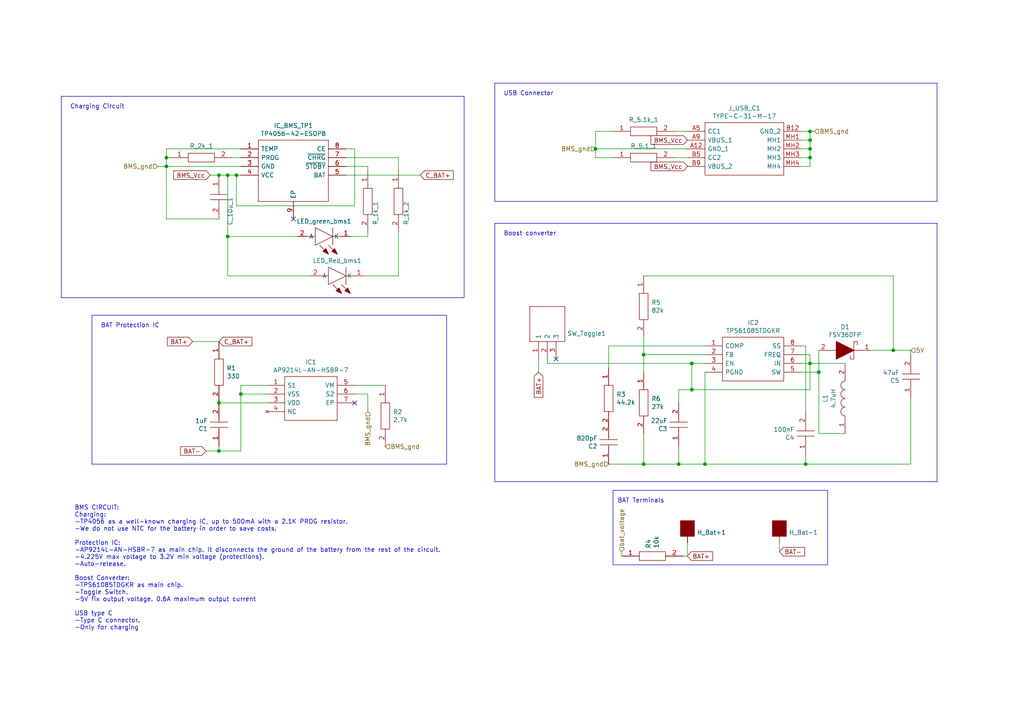
<source format=kicad_sch>
(kicad_sch (version 20230121) (generator eeschema)
  (paper "A4")
  (title_block (title "BMS") (date "2024-01-03") (rev "V1.2") (company "Making Devices") (comment 1 "Rubén G.S."))
  (lib_symbols
    (symbol "Library_Loader:AP9214L-AN-HSBR-7" (pin_names (offset 0.762))
      (property "Reference" "IC" (at 21.59 7.62 0))
      (property "Value" "AP9214L-AN-HSBR-7" (at 21.59 5.08 0))
      (symbol "AP9214L-AN-HSBR-7_0_0"
        (pin passive line (at 0 0 0) (length 5.08) (name "S1") (number "1"))
        (pin passive line (at 0 -2.54 0) (length 5.08) (name "VSS") (number "2"))
        (pin passive line (at 0 -5.08 0) (length 5.08) (name "VDD") (number "3"))
        (pin no_connect line (at 0 -7.62 0) (length 5.08) (name "NC") (number "4"))
        (pin passive line (at 25.4 0 180) (length 5.08) (name "VM") (number "5"))
        (pin passive line (at 25.4 -2.54 180) (length 5.08) (name "S2") (number "6"))
        (pin passive line (at 25.4 -5.08 180) (length 5.08) (name "EP") (number "7"))
      )
      (symbol "AP9214L-AN-HSBR-7_0_1"
        (polyline (pts (xy 5.08 2.54) (xy 20.32 2.54) (xy 20.32 -10.16) (xy 5.08 -10.16) (xy 5.08 2.54)) (stroke (width 0.1524)))
      )
    )
    (symbol "Library_Loader:C0805C475M8RACTU" (pin_names (offset 0.762))
      (property "Reference" "C" (at 8.89 6.35 0))
      (property "Value" "C0805C475M8RACTU" (at 8.89 3.81 0))
      (symbol "C0805C475M8RACTU_0_0"
        (pin passive line (at 0 0 0) (length 5.08) (name "~") (number "1"))
        (pin passive line (at 12.7 0 180) (length 5.08) (name "~") (number "2"))
      )
      (symbol "C0805C475M8RACTU_0_1"
        (polyline (pts (xy 5.08 0) (xy 5.588 0)) (stroke (width 0.1524)))
        (polyline (pts (xy 5.588 2.54) (xy 5.588 -2.54)) (stroke (width 0.1524)))
        (polyline (pts (xy 7.112 0) (xy 7.62 0)) (stroke (width 0.1524)))
        (polyline (pts (xy 7.112 2.54) (xy 7.112 -2.54)) (stroke (width 0.1524)))
      )
    )
    (symbol "Library_Loader:ERJP6WF1303V" (pin_names (offset 0.762))
      (property "Reference" "R" (at 13.97 6.35 0))
      (property "Value" "ERJP6WF1303V" (at 13.97 3.81 0))
      (symbol "ERJP6WF1303V_0_0"
        (pin passive line (at 0 0 0) (length 5.08) (name "~") (number "1"))
        (pin passive line (at 17.78 0 180) (length 5.08) (name "~") (number "2"))
      )
      (symbol "ERJP6WF1303V_0_1"
        (polyline (pts (xy 5.08 1.27) (xy 12.7 1.27) (xy 12.7 -1.27) (xy 5.08 -1.27) (xy 5.08 1.27)) (stroke (width 0.1524)))
      )
    )
    (symbol "Library_Loader:FSV360FP" (pin_names (offset 0.762))
      (property "Reference" "D" (at 12.7 8.89 0))
      (property "Value" "FSV360FP" (at 12.7 6.35 0))
      (symbol "FSV360FP_0_0"
        (pin passive line (at 2.54 0 0) (length 2.54) (name "~") (number "1"))
        (pin passive line (at 17.78 0 180) (length 2.54) (name "~") (number "2"))
      )
      (symbol "FSV360FP_0_1"
        (polyline (pts (xy 5.08 0) (xy 7.62 0)) (stroke (width 0.1524)))
        (polyline (pts (xy 7.62 2.54) (xy 7.62 -2.54)) (stroke (width 0.1524)))
        (polyline (pts (xy 12.7 0) (xy 15.24 0)) (stroke (width 0.1524)))
        (polyline (pts (xy 7.62 -2.54) (xy 6.604 -2.54) (xy 6.604 -1.524)) (stroke (width 0.1524)))
        (polyline (pts (xy 7.62 2.54) (xy 8.636 2.54) (xy 8.636 1.524)) (stroke (width 0.1524)))
        (polyline (pts (xy 7.62 0) (xy 12.7 2.54) (xy 12.7 -2.54) (xy 7.62 0)) (stroke (width 0.254)) (fill (type outline)))
      )
    )
    (symbol "Library_Loader:SRN6045-4R7Y" (pin_names (offset 0.762))
      (property "Reference" "L" (at 16.51 6.35 0))
      (property "Value" "SRN6045-4R7Y" (at 16.51 3.81 0))
      (symbol "SRN6045-4R7Y_0_0"
        (pin passive line (at 0 0 0) (length 5.08) (name "~") (number "1"))
        (pin passive line (at 20.32 0 180) (length 5.08) (name "~") (number "2"))
      )
      (symbol "SRN6045-4R7Y_0_1"
        (arc (start 7.62 0) (mid 6.35 1.2202) (end 5.08 0) (stroke (width 0.1524)))
        (arc (start 10.16 0) (mid 8.89 1.2202) (end 7.62 0) (stroke (width 0.1524)))
        (arc (start 12.7 0) (mid 11.43 1.2202) (end 10.16 0) (stroke (width 0.1524)))
        (arc (start 15.24 0) (mid 13.97 1.2202) (end 12.7 0) (stroke (width 0.1524)))
      )
    )
    (symbol "Library_Loader:TPS61085TDGKR" (pin_names (offset 0.762))
      (property "Reference" "IC" (at 24.13 7.62 0))
      (property "Value" "TPS61085TDGKR" (at 24.13 5.08 0))
      (symbol "TPS61085TDGKR_0_0"
        (pin passive line (at 0 0 0) (length 5.08) (name "COMP") (number "1"))
        (pin passive line (at 0 -2.54 0) (length 5.08) (name "FB") (number "2"))
        (pin passive line (at 0 -5.08 0) (length 5.08) (name "EN") (number "3"))
        (pin passive line (at 0 -7.62 0) (length 5.08) (name "PGND") (number "4"))
        (pin passive line (at 27.94 -7.62 180) (length 5.08) (name "SW") (number "5"))
        (pin passive line (at 27.94 -5.08 180) (length 5.08) (name "IN") (number "6"))
        (pin passive line (at 27.94 -2.54 180) (length 5.08) (name "FREQ") (number "7"))
        (pin passive line (at 27.94 0 180) (length 5.08) (name "SS") (number "8"))
      )
      (symbol "TPS61085TDGKR_0_1"
        (polyline (pts (xy 5.08 2.54) (xy 22.86 2.54) (xy 22.86 -10.16) (xy 5.08 -10.16) (xy 5.08 2.54)) (stroke (width 0.1524)))
      )
    )
    (symbol "PicBytesMicro-rescue:GCG21BR71H154KA01K-SamacSys_Parts" (pin_names (offset 0.762))
      (property "Reference" "C" (at 8.89 6.35 0))
      (property "Value" "GCG21BR71H154KA01K-SamacSys_Parts" (at 8.89 3.81 0))
      (symbol "GCG21BR71H154KA01K-SamacSys_Parts_0_0"
        (pin passive line (at 0 0 0) (length 5.08) (name "~") (number "1"))
        (pin passive line (at 12.7 0 180) (length 5.08) (name "~") (number "2"))
      )
      (symbol "GCG21BR71H154KA01K-SamacSys_Parts_0_1"
        (polyline (pts (xy 5.08 0) (xy 5.588 0)) (stroke (width 0.1524)))
        (polyline (pts (xy 5.588 2.54) (xy 5.588 -2.54)) (stroke (width 0.1524)))
        (polyline (pts (xy 7.112 0) (xy 7.62 0)) (stroke (width 0.1524)))
        (polyline (pts (xy 7.112 2.54) (xy 7.112 -2.54)) (stroke (width 0.1524)))
      )
    )
    (symbol "PicBytesMicro-rescue:K3-1260D-L1-SamacSys_Parts" (pin_names (offset 0.762))
      (property "Reference" "S" (at 16.51 7.62 0))
      (property "Value" "K3-1260D-L1-SamacSys_Parts" (at 16.51 5.08 0))
      (symbol "K3-1260D-L1-SamacSys_Parts_0_0"
        (pin passive line (at 0 0 0) (length 5.08) (name "1") (number "1"))
        (pin passive line (at 0 -2.54 0) (length 5.08) (name "2") (number "2"))
        (pin passive line (at 0 -5.08 0) (length 5.08) (name "3") (number "3"))
      )
      (symbol "K3-1260D-L1-SamacSys_Parts_0_1"
        (polyline (pts (xy 5.08 2.54) (xy 15.24 2.54) (xy 15.24 -7.62) (xy 5.08 -7.62) (xy 5.08 2.54)) (stroke (width 0.1524)))
      )
    )
    (symbol "PicBytesMicro-rescue:KTR10EZPF4220-SamacSys_Parts" (pin_names (offset 0.762))
      (property "Reference" "R" (at 13.97 6.35 0))
      (property "Value" "KTR10EZPF4220-SamacSys_Parts" (at 13.97 3.81 0))
      (symbol "KTR10EZPF4220-SamacSys_Parts_0_0"
        (pin passive line (at 0 0 0) (length 5.08) (name "~") (number "1"))
        (pin passive line (at 17.78 0 180) (length 5.08) (name "~") (number "2"))
      )
      (symbol "KTR10EZPF4220-SamacSys_Parts_0_1"
        (polyline (pts (xy 5.08 1.27) (xy 12.7 1.27) (xy 12.7 -1.27) (xy 5.08 -1.27) (xy 5.08 1.27)) (stroke (width 0.1524)))
      )
    )
    (symbol "PicBytesMicro-rescue:LTST-C171GKT-SamacSys_Parts" (pin_names (offset 0.762))
      (property "Reference" "LED" (at 12.7 8.89 0))
      (property "Value" "LTST-C171GKT-SamacSys_Parts" (at 12.7 6.35 0))
      (symbol "LTST-C171GKT-SamacSys_Parts_0_0"
        (pin passive line (at 0 0 0) (length 2.54) (name "K") (number "1"))
        (pin passive line (at 15.24 0 180) (length 2.54) (name "A") (number "2"))
      )
      (symbol "LTST-C171GKT-SamacSys_Parts_0_1"
        (polyline (pts (xy 2.54 0) (xy 5.08 0)) (stroke (width 0.1524)))
        (polyline (pts (xy 5.08 2.54) (xy 5.08 -2.54)) (stroke (width 0.1524)))
        (polyline (pts (xy 6.35 2.54) (xy 3.81 5.08)) (stroke (width 0.1524)))
        (polyline (pts (xy 8.89 2.54) (xy 6.35 5.08)) (stroke (width 0.1524)))
        (polyline (pts (xy 10.16 0) (xy 12.7 0)) (stroke (width 0.1524)))
        (polyline (pts (xy 5.08 0) (xy 10.16 2.54) (xy 10.16 -2.54) (xy 5.08 0)) (stroke (width 0.1524)))
        (polyline (pts (xy 5.334 4.318) (xy 4.572 3.556) (xy 3.81 5.08) (xy 5.334 4.318)) (stroke (width 0.254)) (fill (type outline)))
        (polyline (pts (xy 7.874 4.318) (xy 7.112 3.556) (xy 6.35 5.08) (xy 7.874 4.318)) (stroke (width 0.254)) (fill (type outline)))
      )
    )
    (symbol "PicBytesMicro-rescue:MountingHole_Pad-User_library-SamacSys_Parts-HVolt_sub-system-FIT" (pin_numbers hide) (pin_names (offset 1.016) hide)
      (property "Reference" "H" (at 0 6.35 0))
      (property "Value" "MountingHole_Pad-User_library-SamacSys_Parts-HVolt_sub-system-FIT" (at 0 4.445 0))
      (symbol "MountingHole_Pad-User_library-SamacSys_Parts-HVolt_sub-system-FIT_0_1"
        (circle (center 0 1.27) (radius 1.27) (stroke (width 1.27)))
        (rectangle (start 2.032 -0.635) (end -2.032 3.937) (fill (type outline)))
      )
      (symbol "MountingHole_Pad-User_library-SamacSys_Parts-HVolt_sub-system-FIT_1_1"
        (pin input line (at 0 -2.54 90) (length 2.54) (name "1") (number "1"))
      )
    )
    (symbol "PicBytesMicro-rescue:TP4056-42-ESOP8-SamacSys_Parts" (pin_names (offset 0.762))
      (property "Reference" "IC" (at 26.67 7.62 0))
      (property "Value" "TP4056-42-ESOP8-SamacSys_Parts" (at 26.67 5.08 0))
      (symbol "TP4056-42-ESOP8-SamacSys_Parts_0_0"
        (pin passive line (at 0 0 0) (length 5.08) (name "TEMP") (number "1"))
        (pin passive line (at 0 -2.54 0) (length 5.08) (name "PROG") (number "2"))
        (pin passive line (at 0 -5.08 0) (length 5.08) (name "GND") (number "3"))
        (pin passive line (at 0 -7.62 0) (length 5.08) (name "VCC") (number "4"))
        (pin passive line (at 30.48 -7.62 180) (length 5.08) (name "BAT") (number "5"))
        (pin passive line (at 30.48 -5.08 180) (length 5.08) (name "~{STDBY}") (number "6"))
        (pin passive line (at 30.48 -2.54 180) (length 5.08) (name "~{CHRG}") (number "7"))
        (pin passive line (at 30.48 0 180) (length 5.08) (name "CE") (number "8"))
        (pin passive line (at 15.24 -20.32 90) (length 5.08) (name "EP") (number "9"))
      )
      (symbol "TP4056-42-ESOP8-SamacSys_Parts_0_1"
        (polyline (pts (xy 5.08 2.54) (xy 25.4 2.54) (xy 25.4 -15.24) (xy 5.08 -15.24) (xy 5.08 2.54)) (stroke (width 0.1524)))
      )
    )
    (symbol "PicBytesMicro-rescue:TYPE-C-31-M-17-SamacSys_Parts" (pin_names (offset 0.762))
      (property "Reference" "J" (at 29.21 7.62 0))
      (property "Value" "TYPE-C-31-M-17-SamacSys_Parts" (at 29.21 5.08 0))
      (symbol "TYPE-C-31-M-17-SamacSys_Parts_0_0"
        (pin passive line (at 0 -5.08 0) (length 5.08) (name "GND_1") (number "A12"))
        (pin passive line (at 0 0 0) (length 5.08) (name "CC1") (number "A5"))
        (pin passive line (at 0 -2.54 0) (length 5.08) (name "VBUS_1") (number "A9"))
        (pin passive line (at 33.02 0 180) (length 5.08) (name "GND_2") (number "B12"))
        (pin passive line (at 0 -7.62 0) (length 5.08) (name "CC2") (number "B5"))
        (pin passive line (at 0 -10.16 0) (length 5.08) (name "VBUS_2") (number "B9"))
        (pin passive line (at 33.02 -2.54 180) (length 5.08) (name "MH1") (number "MH1"))
        (pin passive line (at 33.02 -5.08 180) (length 5.08) (name "MH2") (number "MH2"))
        (pin passive line (at 33.02 -7.62 180) (length 5.08) (name "MH3") (number "MH3"))
        (pin passive line (at 33.02 -10.16 180) (length 5.08) (name "MH4") (number "MH4"))
      )
      (symbol "TYPE-C-31-M-17-SamacSys_Parts_0_1"
        (polyline (pts (xy 5.08 2.54) (xy 27.94 2.54) (xy 27.94 -12.7) (xy 5.08 -12.7) (xy 5.08 2.54)) (stroke (width 0.1524)))
      )
    )
  )
  (junction (at 66.04 50.8))
  (junction (at 196.85 134.62))
  (junction (at 233.68 134.62))
  (junction (at 63.5 130.81))
  (junction (at 204.47 134.62))
  (junction (at 186.69 102.87))
  (junction (at 234.95 43.18))
  (junction (at 48.26 45.72))
  (junction (at 172.72 43.18))
  (junction (at 234.95 40.64))
  (junction (at 234.95 105.41))
  (junction (at 63.5 116.84))
  (junction (at 186.69 134.62))
  (junction (at 237.49 107.95))
  (junction (at 69.85 114.3))
  (junction (at 234.95 45.72))
  (junction (at 48.26 48.26))
  (junction (at 63.5 50.8))
  (junction (at 200.66 113.03))
  (junction (at 200.66 105.41))
  (junction (at 234.95 38.1))
  (junction (at 68.58 50.8))
  (junction (at 66.04 68.58))
  (junction (at 259.08 101.6))
  (no_connect (at 161.29 104.14))
  (no_connect (at 102.87 116.84))
  (no_connect (at 85.09 63.5))
  (wire (pts (xy 200.66 113.03) (xy 200.66 105.41)))
  (wire (pts (xy 196.85 116.84) (xy 196.85 113.03)))
  (wire (pts (xy 63.5 99.06) (xy 55.88 99.06)))
  (wire (pts (xy 196.85 129.54) (xy 196.85 134.62)))
  (wire (pts (xy 234.95 45.72) (xy 234.95 48.26)))
  (wire (pts (xy 186.69 80.01) (xy 259.08 80.01)))
  (wire (pts (xy 259.08 101.6) (xy 252.73 101.6)))
  (polyline (pts (xy 143.51 64.77) (xy 143.51 139.7)))
  (wire (pts (xy 86.36 68.58) (xy 66.04 68.58)))
  (wire (pts (xy 48.26 48.26) (xy 45.72 48.26)))
  (wire (pts (xy 186.69 134.62) (xy 196.85 134.62)))
  (wire (pts (xy 196.85 113.03) (xy 200.66 113.03)))
  (wire (pts (xy 199.39 38.1) (xy 195.58 38.1)))
  (wire (pts (xy 233.68 134.62) (xy 264.16 134.62)))
  (wire (pts (xy 198.12 161.29) (xy 199.39 161.29)))
  (wire (pts (xy 236.22 38.1) (xy 234.95 38.1)))
  (wire (pts (xy 158.75 105.41) (xy 200.66 105.41)))
  (wire (pts (xy 234.95 38.1) (xy 232.41 38.1)))
  (wire (pts (xy 176.53 134.62) (xy 186.69 134.62)))
  (polyline (pts (xy 177.8 163.83) (xy 240.03 163.83)))
  (polyline (pts (xy 271.78 139.7) (xy 271.78 64.77)))
  (wire (pts (xy 115.57 80.01) (xy 105.41 80.01)))
  (wire (pts (xy 234.95 105.41) (xy 234.95 113.03)))
  (wire (pts (xy 69.85 43.18) (xy 48.26 43.18)))
  (wire (pts (xy 158.75 105.41) (xy 158.75 104.14)))
  (wire (pts (xy 69.85 130.81) (xy 63.5 130.81)))
  (wire (pts (xy 199.39 45.72) (xy 195.58 45.72)))
  (wire (pts (xy 100.33 45.72) (xy 115.57 45.72)))
  (polyline (pts (xy 17.78 86.36) (xy 134.62 86.36)))
  (wire (pts (xy 69.85 114.3) (xy 77.47 114.3)))
  (polyline (pts (xy 143.51 139.7) (xy 271.78 139.7)))
  (polyline (pts (xy 271.78 24.13) (xy 271.78 58.42)))
  (wire (pts (xy 233.68 100.33) (xy 232.41 100.33)))
  (wire (pts (xy 233.68 119.38) (xy 233.68 100.33)))
  (wire (pts (xy 115.57 45.72) (xy 115.57 49.53)))
  (polyline (pts (xy 129.54 134.62) (xy 26.67 134.62)))
  (wire (pts (xy 200.66 113.03) (xy 234.95 113.03)))
  (wire (pts (xy 186.69 107.95) (xy 186.69 102.87)))
  (wire (pts (xy 69.85 48.26) (xy 48.26 48.26)))
  (wire (pts (xy 196.85 134.62) (xy 204.47 134.62)))
  (polyline (pts (xy 240.03 142.24) (xy 177.8 142.24)))
  (wire (pts (xy 204.47 134.62) (xy 233.68 134.62)))
  (wire (pts (xy 204.47 102.87) (xy 186.69 102.87)))
  (wire (pts (xy 115.57 67.31) (xy 115.57 80.01)))
  (wire (pts (xy 172.72 38.1) (xy 172.72 43.18)))
  (wire (pts (xy 101.6 68.58) (xy 106.68 68.58)))
  (polyline (pts (xy 271.78 58.42) (xy 143.51 58.42)))
  (wire (pts (xy 176.53 100.33) (xy 176.53 106.68)))
  (wire (pts (xy 106.68 114.3) (xy 102.87 114.3)))
  (wire (pts (xy 106.68 49.53) (xy 106.68 48.26)))
  (wire (pts (xy 63.5 50.8) (xy 60.96 50.8)))
  (wire (pts (xy 106.68 48.26) (xy 100.33 48.26)))
  (wire (pts (xy 176.53 121.92) (xy 176.53 124.46)))
  (wire (pts (xy 66.04 68.58) (xy 66.04 80.01)))
  (polyline (pts (xy 17.78 27.94) (xy 17.78 86.36)))
  (wire (pts (xy 180.34 160.02) (xy 180.34 161.29)))
  (wire (pts (xy 204.47 107.95) (xy 204.47 134.62)))
  (wire (pts (xy 63.5 130.81) (xy 63.5 129.54)))
  (wire (pts (xy 234.95 40.64) (xy 234.95 43.18)))
  (wire (pts (xy 204.47 100.33) (xy 176.53 100.33)))
  (wire (pts (xy 259.08 80.01) (xy 259.08 101.6)))
  (wire (pts (xy 69.85 50.8) (xy 68.58 50.8)))
  (wire (pts (xy 172.72 45.72) (xy 172.72 43.18)))
  (wire (pts (xy 69.85 114.3) (xy 69.85 130.81)))
  (wire (pts (xy 232.41 48.26) (xy 234.95 48.26)))
  (wire (pts (xy 69.85 111.76) (xy 69.85 114.3)))
  (wire (pts (xy 49.53 45.72) (xy 48.26 45.72)))
  (wire (pts (xy 68.58 59.69) (xy 68.58 50.8)))
  (polyline (pts (xy 129.54 91.44) (xy 129.54 134.62)))
  (wire (pts (xy 186.69 97.79) (xy 186.69 102.87)))
  (polyline (pts (xy 26.67 91.44) (xy 129.54 91.44)))
  (wire (pts (xy 199.39 43.18) (xy 172.72 43.18)))
  (wire (pts (xy 48.26 63.5) (xy 48.26 48.26)))
  (polyline (pts (xy 134.62 27.94) (xy 134.62 86.36)))
  (wire (pts (xy 264.16 102.87) (xy 264.16 101.6)))
  (wire (pts (xy 234.95 105.41) (xy 232.41 105.41)))
  (wire (pts (xy 63.5 63.5) (xy 48.26 63.5)))
  (polyline (pts (xy 240.03 163.83) (xy 240.03 142.24)))
  (wire (pts (xy 226.06 160.02) (xy 226.06 157.48)))
  (wire (pts (xy 237.49 107.95) (xy 237.49 101.6)))
  (wire (pts (xy 234.95 102.87) (xy 234.95 105.41)))
  (wire (pts (xy 102.87 59.69) (xy 68.58 59.69)))
  (wire (pts (xy 59.69 130.81) (xy 63.5 130.81)))
  (wire (pts (xy 232.41 107.95) (xy 237.49 107.95)))
  (wire (pts (xy 200.66 105.41) (xy 204.47 105.41)))
  (wire (pts (xy 77.47 111.76) (xy 69.85 111.76)))
  (wire (pts (xy 66.04 50.8) (xy 63.5 50.8)))
  (wire (pts (xy 232.41 40.64) (xy 234.95 40.64)))
  (polyline (pts (xy 271.78 64.77) (xy 143.51 64.77)))
  (polyline (pts (xy 143.51 24.13) (xy 271.78 24.13)))
  (wire (pts (xy 264.16 115.57) (xy 264.16 134.62)))
  (wire (pts (xy 237.49 107.95) (xy 237.49 125.73)))
  (wire (pts (xy 66.04 68.58) (xy 66.04 50.8)))
  (polyline (pts (xy 134.62 27.94) (xy 17.78 27.94)))
  (wire (pts (xy 233.68 132.08) (xy 233.68 134.62)))
  (wire (pts (xy 102.87 43.18) (xy 102.87 59.69)))
  (wire (pts (xy 68.58 50.8) (xy 66.04 50.8)))
  (wire (pts (xy 106.68 119.38) (xy 106.68 114.3)))
  (polyline (pts (xy 143.51 58.42) (xy 143.51 24.13)))
  (wire (pts (xy 111.76 111.76) (xy 102.87 111.76)))
  (wire (pts (xy 48.26 43.18) (xy 48.26 45.72)))
  (wire (pts (xy 232.41 102.87) (xy 234.95 102.87)))
  (polyline (pts (xy 26.67 134.62) (xy 26.67 91.44)))
  (wire (pts (xy 67.31 45.72) (xy 69.85 45.72)))
  (wire (pts (xy 264.16 101.6) (xy 259.08 101.6)))
  (wire (pts (xy 237.49 125.73) (xy 245.11 125.73)))
  (wire (pts (xy 177.8 45.72) (xy 172.72 45.72)))
  (polyline (pts (xy 177.8 142.24) (xy 177.8 163.83)))
  (wire (pts (xy 245.11 105.41) (xy 234.95 105.41)))
  (wire (pts (xy 234.95 38.1) (xy 234.95 40.64)))
  (wire (pts (xy 100.33 43.18) (xy 102.87 43.18)))
  (wire (pts (xy 186.69 125.73) (xy 186.69 134.62)))
  (wire (pts (xy 156.21 104.14) (xy 156.21 107.95)))
  (wire (pts (xy 234.95 43.18) (xy 234.95 45.72)))
  (wire (pts (xy 177.8 38.1) (xy 172.72 38.1)))
  (wire (pts (xy 77.47 116.84) (xy 63.5 116.84)))
  (wire (pts (xy 48.26 45.72) (xy 48.26 48.26)))
  (wire (pts (xy 106.68 68.58) (xy 106.68 67.31)))
  (wire (pts (xy 232.41 43.18) (xy 234.95 43.18)))
  (wire (pts (xy 199.39 161.29) (xy 199.39 157.48)))
  (wire (pts (xy 232.41 45.72) (xy 234.95 45.72)))
  (wire (pts (xy 90.17 80.01) (xy 66.04 80.01)))
  (wire (pts (xy 100.33 50.8) (xy 121.92 50.8)))
  (text "Boost converter" (at 146.05 68.58 0) (effects (font (size 1.27 1.27)) (justify left bottom)))
  (text "BMS CIRCUIT:\nCharging:\n-TP4056 as a well-known charging IC, up to 500mA with a 2.1K PROG resistor.\n-We do not use NTC for the battery in order to save costs.\n\nProtection IC:\n-AP9214L-AN-HSBR-7 as main chip. It disconnects the ground of the battery from the rest of the circuit.\n-4.225V max voltage to 3.2V min voltage (protections).\n-Auto-release. \n\nBoost Converter:\n-TPS61085TDGKR as main chip. \n-Toggle Switch.\n-5V fix output voltage. 0.6A maximum output current \n\nUSB type C \n-Type C connector.\n-Only for charging" (at 21.59 182.88 0) (effects (font (size 1.27 1.27)) (justify left bottom)))
  (text "BAT Protection IC" (at 29.21 95.25 0) (effects (font (size 1.27 1.27)) (justify left bottom)))
  (text "USB Connector\n" (at 146.05 27.94 0) (effects (font (size 1.27 1.27)) (justify left bottom)))
  (text "BAT Terminals" (at 179.07 146.05 0) (effects (font (size 1.27 1.27)) (justify left bottom)))
  (text "Charging Circuit" (at 20.32 31.75 0) (effects (font (size 1.27 1.27)) (justify left bottom)))
  (global_label "BAT-" (shape input) (at 59.69 130.81 180) (property "Intersheetrefs" "${INTERSHEET_REFS}" (effects hide)))
  (global_label "BAT+" (shape input) (at 199.39 161.29 0) (property "Intersheetrefs" "${INTERSHEET_REFS}" (effects hide)))
  (global_label "BAT-" (shape input) (at 226.06 160.02 0) (property "Intersheetrefs" "${INTERSHEET_REFS}" (effects hide)))
  (global_label "C_BAT+" (shape input) (at 63.5 99.06 0) (property "Intersheetrefs" "${INTERSHEET_REFS}" (effects hide)))
  (global_label "C_BAT+" (shape input) (at 121.92 50.8 0) (property "Intersheetrefs" "${INTERSHEET_REFS}" (effects hide)))
  (global_label "BAT+" (shape input) (at 55.88 99.06 180) (property "Intersheetrefs" "${INTERSHEET_REFS}" (effects hide)))
  (global_label "BMS_Vcc" (shape input) (at 199.39 48.26 180) (property "Intersheetrefs" "${INTERSHEET_REFS}" (effects hide)))
  (global_label "BMS_Vcc" (shape input) (at 60.96 50.8 180) (property "Intersheetrefs" "${INTERSHEET_REFS}" (effects hide)))
  (global_label "BAT+" (shape input) (at 156.21 107.95 270) (property "Intersheetrefs" "${INTERSHEET_REFS}" (effects hide)))
  (global_label "BMS_Vcc" (shape input) (at 199.39 40.64 180) (property "Intersheetrefs" "${INTERSHEET_REFS}" (effects hide)))
  (hierarchical_label "BMS_gnd" (shape input) (at 236.22 38.1 0))
  (hierarchical_label "5V" (shape input) (at 264.16 101.6 0))
  (hierarchical_label "BMS_gnd" (shape input) (at 106.68 119.38 270))
  (hierarchical_label "BMS_gnd" (shape input) (at 111.76 129.54 0))
  (hierarchical_label "bat_voltage" (shape input) (at 180.34 160.02 90))
  (hierarchical_label "BMS_gnd" (shape input) (at 172.72 43.18 180))
  (hierarchical_label "BMS_gnd" (shape input) (at 45.72 48.26 180))
  (hierarchical_label "BMS_gnd" (shape input) (at 176.53 134.62 180))
  (symbol (lib_id "PicBytesMicro-rescue:TP4056-42-ESOP8-SamacSys_Parts") (at 69.85 43.18 0) (unit 1)
    (property "Reference" "IC_BMS_TP1" (at 85.09 36.449 0))
    (property "Value" "TP4056-42-ESOP8" (at 85.09 38.7604 0))
    (property "Footprint" "SOIC127P600X175-9N" (effects hide))
    (property "Datasheet" "https://datasheet.lcsc.com/szlcsc/1906261508_Nanjing-Extension-Microelectronics-TP4056-42-ESOP8_C16581.pdf" (effects hide))
    (property "Description" "PMIC - Battery Management ESOP-8 RoHS" (effects hide))
    (property "Height" "1.75" (effects hide))
    (property "Manufacturer_Name" "Nanjing Extension Microelectronics" (effects hide))
    (property "Manufacturer_Part_Number" "TP4056-42-ESOP8" (effects hide))
  )
  (symbol (lib_id "PicBytesMicro-rescue:KTR10EZPF4220-SamacSys_Parts") (at 49.53 45.72 0) (unit 1)
    (property "Reference" "R_2k_1" (at 58.42 42.3418 0))
    (property "Value" "KTR10EZPF4220" (effects hide))
    (property "Footprint" "RESC2012X65N" (effects hide))
    (property "Datasheet" "http://rohmfs.rohm.com/en/products/databook/datasheet/passive/resistor/chip_resistor/ktr.pdf" (effects hide))
    (property "Description" "ROHM 0805 Resistor Chip" (effects hide))
    (property "Height" "0.65" (effects hide))
    (property "Manufacturer_Name" "ROHM Semiconductor" (effects hide))
    (property "Manufacturer_Part_Number" "KTR10EZPF4220" (effects hide))
  )
  (symbol (lib_id "PicBytesMicro-rescue:TYPE-C-31-M-17-SamacSys_Parts") (at 199.39 38.1 0) (unit 1)
    (property "Reference" "J_USB_C1" (at 215.9 31.369 0))
    (property "Value" "TYPE-C-31-M-17" (at 215.9 33.6804 0))
    (property "Footprint" "TYPEC31M17" (effects hide))
    (property "Datasheet" "https://datasheet.lcsc.com/szlcsc/1903211732_Korean-Hroparts-Elec-TYPE-C-31-M-17_C283540.pdf" (effects hide))
    (property "Description" "USB Connectors 6 Receptacle 1 RoHS" (effects hide))
    (property "Height" "3.26" (effects hide))
    (property "Manufacturer_Name" "Korean Hroparts Elec" (effects hide))
    (property "Manufacturer_Part_Number" "TYPE-C-31-M-17" (effects hide))
  )
  (symbol (lib_id "PicBytesMicro-rescue:GCG21BR71H154KA01K-SamacSys_Parts") (at 63.5 50.8 270) (unit 1)
    (property "Reference" "C_10u_1" (at 66.7512 57.15 0) (effects (justify left)))
    (property "Value" "GCG21BR71H154KA01K" (effects hide))
    (property "Footprint" "CAPC2012X145N" (effects hide))
    (property "Datasheet" "https://psearch.en.murata.com/capacitor/product/GCG21BR71H154KA01%23.html" (effects hide))
    (property "Description" "Capacitor L=2.0mm W=1.25mm T=1.25mm" (effects hide))
    (property "Height" "1.45" (effects hide))
    (property "Manufacturer_Name" "Murata Electronics" (effects hide))
    (property "Manufacturer_Part_Number" "GCG21BR71H154KA01K" (effects hide))
  )
  (symbol (lib_id "PicBytesMicro-rescue:KTR10EZPF4220-SamacSys_Parts") (at 177.8 38.1 0) (unit 1)
    (property "Reference" "R_5.1k_1" (at 186.69 34.7218 0))
    (property "Value" "KTR10EZPF4220" (effects hide))
    (property "Footprint" "RESC2012X65N" (effects hide))
    (property "Datasheet" "http://rohmfs.rohm.com/en/products/databook/datasheet/passive/resistor/chip_resistor/ktr.pdf" (effects hide))
    (property "Description" "ROHM 0805 Resistor Chip" (effects hide))
    (property "Height" "0.65" (effects hide))
    (property "Manufacturer_Name" "ROHM Semiconductor" (effects hide))
    (property "Manufacturer_Part_Number" "KTR10EZPF4220" (effects hide))
  )
  (symbol (lib_id "PicBytesMicro-rescue:KTR10EZPF4220-SamacSys_Parts") (at 177.8 45.72 0) (unit 1)
    (property "Reference" "R_5.1_1" (at 186.69 42.3418 0))
    (property "Value" "KTR10EZPF4220" (effects hide))
    (property "Footprint" "RESC2012X65N" (effects hide))
    (property "Datasheet" "http://rohmfs.rohm.com/en/products/databook/datasheet/passive/resistor/chip_resistor/ktr.pdf" (effects hide))
    (property "Description" "ROHM 0805 Resistor Chip" (effects hide))
    (property "Height" "0.65" (effects hide))
    (property "Manufacturer_Name" "ROHM Semiconductor" (effects hide))
    (property "Manufacturer_Part_Number" "KTR10EZPF4220" (effects hide))
  )
  (symbol (lib_id "PicBytesMicro-rescue:KTR10EZPF4220-SamacSys_Parts") (at 106.68 49.53 270) (unit 1)
    (property "Reference" "R_1k_1" (at 108.9152 58.42 0) (effects (justify left)))
    (property "Value" "KTR10EZPF4220" (effects hide))
    (property "Footprint" "RESC2012X65N" (effects hide))
    (property "Datasheet" "http://rohmfs.rohm.com/en/products/databook/datasheet/passive/resistor/chip_resistor/ktr.pdf" (effects hide))
    (property "Description" "ROHM 0805 Resistor Chip" (effects hide))
    (property "Height" "0.65" (effects hide))
    (property "Manufacturer_Name" "ROHM Semiconductor" (effects hide))
    (property "Manufacturer_Part_Number" "KTR10EZPF4220" (effects hide))
  )
  (symbol (lib_id "PicBytesMicro-rescue:KTR10EZPF4220-SamacSys_Parts") (at 115.57 49.53 270) (unit 1)
    (property "Reference" "R_1k_2" (at 117.8052 58.42 0) (effects (justify left)))
    (property "Value" "KTR10EZPF4220" (effects hide))
    (property "Footprint" "RESC2012X65N" (effects hide))
    (property "Datasheet" "http://rohmfs.rohm.com/en/products/databook/datasheet/passive/resistor/chip_resistor/ktr.pdf" (effects hide))
    (property "Description" "ROHM 0805 Resistor Chip" (effects hide))
    (property "Height" "0.65" (effects hide))
    (property "Manufacturer_Name" "ROHM Semiconductor" (effects hide))
    (property "Manufacturer_Part_Number" "KTR10EZPF4220" (effects hide))
  )
  (symbol (lib_id "PicBytesMicro-rescue:LTST-C171GKT-SamacSys_Parts") (at 101.6 68.58 180) (unit 1)
    (property "Reference" "LED_green_bms1" (at 93.98 64.1858 0))
    (property "Value" "LTST-C171GKT" (effects hide))
    (property "Footprint" "LEDC2012X90N" (effects hide))
    (property "Datasheet" "http://uk.rs-online.com/web/p/products/6920935P" (effects hide))
    (property "Description" "Lite-On LTST-C171GKT, CHIPLED 0805 569 nm Green LED, 2012 (0805) SMD package" (effects hide))
    (property "Height" "0.9" (effects hide))
    (property "RS Part Number" "6920935P" (effects hide))
    (property "RS Price/Stock" "http://uk.rs-online.com/web/p/products/6920935P" (effects hide))
    (property "Manufacturer_Name" "Lite-On" (effects hide))
    (property "Manufacturer_Part_Number" "LTST-C171GKT" (effects hide))
  )
  (symbol (lib_id "PicBytesMicro-rescue:LTST-C171GKT-SamacSys_Parts") (at 105.41 80.01 180) (unit 1)
    (property "Reference" "LED_Red_bms1" (at 97.79 75.6158 0))
    (property "Value" "LTST-C171GKT" (effects hide))
    (property "Footprint" "LEDC2012X90N" (effects hide))
    (property "Datasheet" "http://uk.rs-online.com/web/p/products/6920935P" (effects hide))
    (property "Description" "Lite-On LTST-C171GKT, CHIPLED 0805 569 nm Green LED, 2012 (0805) SMD package" (effects hide))
    (property "Height" "0.9" (effects hide))
    (property "RS Part Number" "6920935P" (effects hide))
    (property "RS Price/Stock" "http://uk.rs-online.com/web/p/products/6920935P" (effects hide))
    (property "Manufacturer_Name" "Lite-On" (effects hide))
    (property "Manufacturer_Part_Number" "LTST-C171GKT" (effects hide))
  )
  (symbol (lib_id "PicBytesMicro-rescue:K3-1260D-L1-SamacSys_Parts") (at 156.21 104.14 90) (unit 1)
    (property "Reference" "SW_Toggle1" (at 164.5412 96.7232 90) (effects (justify right)))
    (property "Value" "K3-1260D-L1" (effects hide))
    (property "Footprint" "K31260DL1" (effects hide))
    (property "Datasheet" "https://datasheet.lcsc.com/szlcsc/Korean-Hroparts-Elec-K3-1260D-L1_C92657.pdf" (effects hide))
    (property "Description" "Toggle Switches Plugin RoHS" (effects hide))
    (property "Height" "3.7" (effects hide))
    (property "Manufacturer_Name" "Korean Hroparts Elec" (effects hide))
    (property "Manufacturer_Part_Number" "K3-1260D-L1" (effects hide))
  )
  (symbol (lib_id "PicBytesMicro-rescue:MountingHole_Pad-User_library-SamacSys_Parts-HVolt_sub-system-FIT") (at 199.39 154.94 0) (unit 1)
    (property "Reference" "H_Bat+1" (at 202.1332 154.432 0) (effects (justify left)))
    (property "Value" "MountingHole_Pad-User_library-SamacSys_Parts" (effects hide))
    (property "Footprint" "User:Mounting-Pad" (effects hide))
    (instances (project "PicBytesMicro" (path "" (reference "H_Bat+1") (unit 1)) (path "" (reference "H_Bat+?") (unit 1))))
  )
  (symbol (lib_id "PicBytesMicro-rescue:MountingHole_Pad-User_library-SamacSys_Parts-HVolt_sub-system-FIT") (at 226.06 154.94 0) (unit 1)
    (property "Reference" "H_Bat-1" (at 228.8032 154.432 0) (effects (justify left)))
    (property "Value" "MountingHole_Pad-User_library-SamacSys_Parts" (effects hide))
    (property "Footprint" "User:Mounting-Pad" (effects hide))
    (instances (project "PicBytesMicro" (path "" (reference "H_Bat-1") (unit 1)) (path "" (reference "H_Bat-?") (unit 1))))
  )
  (symbol (lib_id "Library_Loader:ERJP6WF1303V") (at 111.76 111.76 270) (unit 1)
    (property "Reference" "R2" (at 113.9952 119.4816 90) (effects (justify left)))
    (property "Value" "2.7k" (at 113.9952 121.793 90) (effects (justify left)))
    (property "Footprint" "RESC2012X75N" (effects hide))
    (property "Datasheet" "http://uk.rs-online.com/web/p/products/7708607P" (effects hide))
    (property "Description" "Panasonic ERJP6W Series Thick Film Surface Mount Fixed Resistor 0805 Case 130k +/-1% 0.5W +/-200ppm/C" (effects hide))
    (property "Height" "0.75" (effects hide))
    (property "RS Part Number" "7708607P" (effects hide))
    (property "RS Price/Stock" "http://uk.rs-online.com/web/p/products/7708607P" (effects hide))
    (property "Manufacturer_Name" "Panasonic" (effects hide))
    (property "Manufacturer_Part_Number" "ERJP6WF1303V" (effects hide))
    (instances (project "PicBytesMicro" (path "" (reference "R2") (unit 1))) (project "SolarCharger" (path "" (reference "R6") (unit 1))))
  )
  (symbol (lib_id "Library_Loader:ERJP6WF1303V") (at 176.53 106.68 270) (unit 1)
    (property "Reference" "R3" (at 178.7652 114.4016 90) (effects (justify left)))
    (property "Value" "44.2k" (at 178.7652 116.713 90) (effects (justify left)))
    (property "Footprint" "RESC2012X75N" (effects hide))
    (property "Datasheet" "http://uk.rs-online.com/web/p/products/7708607P" (effects hide))
    (property "Description" "Panasonic ERJP6W Series Thick Film Surface Mount Fixed Resistor 0805 Case 130k +/-1% 0.5W +/-200ppm/C" (effects hide))
    (property "Height" "0.75" (effects hide))
    (property "RS Part Number" "7708607P" (effects hide))
    (property "RS Price/Stock" "http://uk.rs-online.com/web/p/products/7708607P" (effects hide))
    (property "Manufacturer_Name" "Panasonic" (effects hide))
    (property "Manufacturer_Part_Number" "ERJP6WF1303V" (effects hide))
    (instances (project "PicBytesMicro" (path "" (reference "R3") (unit 1))) (project "SolarCharger" (path "" (reference "R?") (unit 1))))
  )
  (symbol (lib_id "Library_Loader:ERJP6WF1303V") (at 186.69 107.95 270) (unit 1)
    (property "Reference" "R6" (at 188.9252 115.6716 90) (effects (justify left)))
    (property "Value" "27k" (at 188.9252 117.983 90) (effects (justify left)))
    (property "Footprint" "RESC2012X75N" (effects hide))
    (property "Datasheet" "http://uk.rs-online.com/web/p/products/7708607P" (effects hide))
    (property "Description" "Panasonic ERJP6W Series Thick Film Surface Mount Fixed Resistor 0805 Case 130k +/-1% 0.5W +/-200ppm/C" (effects hide))
    (property "Height" "0.75" (effects hide))
    (property "RS Part Number" "7708607P" (effects hide))
    (property "RS Price/Stock" "http://uk.rs-online.com/web/p/products/7708607P" (effects hide))
    (property "Manufacturer_Name" "Panasonic" (effects hide))
    (property "Manufacturer_Part_Number" "ERJP6WF1303V" (effects hide))
    (instances (project "PicBytesMicro" (path "" (reference "R6") (unit 1))) (project "SolarCharger" (path "" (reference "R?") (unit 1))))
  )
  (symbol (lib_id "Library_Loader:C0805C475M8RACTU") (at 233.68 132.08 90) (unit 1)
    (property "Reference" "C4" (at 230.4288 126.8984 90) (effects (justify left)))
    (property "Value" "100nF" (at 230.4288 124.587 90) (effects (justify left)))
    (property "Footprint" "CAPC2012X140N" (effects hide))
    (property "Datasheet" "https://datasheet.datasheetarchive.com/originals/distributors/Datasheets-DGA8/2444426.pdf" (effects hide))
    (property "Description" "Cap Ceramic 4.7uF 10V X7R 20% Pad SMD 0805 125C T/R" (effects hide))
    (property "Height" "1.4" (effects hide))
    (property "Manufacturer_Name" "Kemet" (effects hide))
    (property "Manufacturer_Part_Number" "C0805C475M8RACTU" (effects hide))
    (instances (project "PicBytesMicro" (path "" (reference "C4") (unit 1))) (project "SolarCharger" (path "" (reference "C?") (unit 1))))
  )
  (symbol (lib_id "Library_Loader:FSV360FP") (at 255.27 101.6 180) (unit 1)
    (property "Reference" "D1" (at 245.11 94.8182 0))
    (property "Value" "FSV360FP" (at 245.11 97.1296 0))
    (property "Footprint" "SS12FP" (effects hide))
    (property "Datasheet" "https://datasheet.datasheetarchive.com/originals/distributors/DKDS-30/584853.pdf" (effects hide))
    (property "Description" "Schottky Diodes & Rectifiers 60V 3A Schottky Barrier Rectifier" (effects hide))
    (property "Height" "1" (effects hide))
    (property "Mouser Part Number" "512-FSV360FP" (effects hide))
    (property "Mouser Price/Stock" "https://www.mouser.co.uk/ProductDetail/ON-Semiconductor-Fairchild/FSV360FP?qs=tqW9UTzndZzmC5MffD9P5Q%3D%3D" (effects hide))
    (property "Manufacturer_Name" "ON Semiconductor" (effects hide))
    (property "Manufacturer_Part_Number" "FSV360FP" (effects hide))
    (instances (project "PicBytesMicro" (path "" (reference "D1") (unit 1))) (project "SolarCharger" (path "" (reference "D?") (unit 1))))
  )
  (symbol (lib_id "Library_Loader:C0805C475M8RACTU") (at 63.5 129.54 90) (unit 1)
    (property "Reference" "C1" (at 60.2488 124.3584 90) (effects (justify left)))
    (property "Value" "1uF" (at 60.2488 122.047 90) (effects (justify left)))
    (property "Footprint" "CAPC2012X140N" (effects hide))
    (property "Datasheet" "https://datasheet.datasheetarchive.com/originals/distributors/Datasheets-DGA8/2444426.pdf" (effects hide))
    (property "Description" "Cap Ceramic 4.7uF 10V X7R 20% Pad SMD 0805 125C T/R" (effects hide))
    (property "Height" "1.4" (effects hide))
    (property "Manufacturer_Name" "Kemet" (effects hide))
    (property "Manufacturer_Part_Number" "C0805C475M8RACTU" (effects hide))
    (instances (project "PicBytesMicro" (path "" (reference "C1") (unit 1))) (project "SolarCharger" (path "" (reference "C2") (unit 1))))
  )
  (symbol (lib_id "Library_Loader:ERJP6WF1303V") (at 186.69 80.01 270) (unit 1)
    (property "Reference" "R5" (at 188.9252 87.7316 90) (effects (justify left)))
    (property "Value" "82k" (at 188.9252 90.043 90) (effects (justify left)))
    (property "Footprint" "RESC2012X75N" (effects hide))
    (property "Datasheet" "http://uk.rs-online.com/web/p/products/7708607P" (effects hide))
    (property "Description" "Panasonic ERJP6W Series Thick Film Surface Mount Fixed Resistor 0805 Case 130k +/-1% 0.5W +/-200ppm/C" (effects hide))
    (property "Height" "0.75" (effects hide))
    (property "RS Part Number" "7708607P" (effects hide))
    (property "RS Price/Stock" "http://uk.rs-online.com/web/p/products/7708607P" (effects hide))
    (property "Manufacturer_Name" "Panasonic" (effects hide))
    (property "Manufacturer_Part_Number" "ERJP6WF1303V" (effects hide))
    (instances (project "PicBytesMicro" (path "" (reference "R5") (unit 1))) (project "SolarCharger" (path "" (reference "R?") (unit 1))))
  )
  (symbol (lib_id "Library_Loader:AP9214L-AN-HSBR-7") (at 77.47 111.76 0) (unit 1)
    (property "Reference" "IC1" (at 90.17 105.029 0))
    (property "Value" "AP9214L-AN-HSBR-7" (at 90.17 107.3404 0))
    (property "Footprint" "AP9214LANHSBR7" (effects hide))
    (property "Datasheet" "https://www.diodes.com/assets/Datasheets/AP9214L.pdf" (effects hide))
    (property "Description" "Battery Management 1-Cell IC Protection N-Ch w/ Auto Wake" (effects hide))
    (property "Height" "0.6" (effects hide))
    (property "Mouser Part Number" "621-AP9214L-AN-HSBR7" (effects hide))
    (property "Mouser Price/Stock" "https://www.mouser.co.uk/ProductDetail/Diodes-Incorporated/AP9214L-AN-HSBR-7?qs=icAhCOE9Tbjpe%252BsX8QE8Tw%3D%3D" (effects hide))
    (property "Manufacturer_Name" "Diodes Inc." (effects hide))
    (property "Manufacturer_Part_Number" "AP9214L-AN-HSBR-7" (effects hide))
    (instances (project "PicBytesMicro" (path "" (reference "IC1") (unit 1))) (project "SolarCharger" (path "" (reference "IC2") (unit 1))))
  )
  (symbol (lib_id "Library_Loader:ERJP6WF1303V") (at 180.34 161.29 0) (unit 1)
    (property "Reference" "R4" (at 188.0616 159.0548 90) (effects (justify left)))
    (property "Value" "10k" (at 190.373 159.0548 90) (effects (justify left)))
    (property "Footprint" "RESC2012X75N" (effects hide))
    (property "Datasheet" "http://uk.rs-online.com/web/p/products/7708607P" (effects hide))
    (property "Description" "Panasonic ERJP6W Series Thick Film Surface Mount Fixed Resistor 0805 Case 130k +/-1% 0.5W +/-200ppm/C" (effects hide))
    (property "Height" "0.75" (effects hide))
    (property "RS Part Number" "7708607P" (effects hide))
    (property "RS Price/Stock" "http://uk.rs-online.com/web/p/products/7708607P" (effects hide))
    (property "Manufacturer_Name" "Panasonic" (effects hide))
    (property "Manufacturer_Part_Number" "ERJP6WF1303V" (effects hide))
    (instances (project "PicBytesMicro" (path "" (reference "R4") (unit 1))) (project "SolarCharger" (path "" (reference "R?") (unit 1))))
  )
  (symbol (lib_id "Library_Loader:SRN6045-4R7Y") (at 245.11 125.73 90) (unit 1)
    (property "Reference" "L1" (at 239.395 115.57 0))
    (property "Value" "4.7uH" (at 241.7064 115.57 0))
    (property "Footprint" "SRN6045_1" (effects hide))
    (property "Datasheet" "https://www.bourns.com/data/global/pdfs/SRN6045.pdf" (effects hide))
    (property "Description" "Power Inductor semi-shielded SMD 4.7uH Bourns SRN6045 Series Shielded Wire-wound SMD Inductor with a Ferrite Core, 4.7 uH +/-30% 4A Idc" (effects hide))
    (property "Mouser Part Number" "652-SRN6045-4R7Y" (effects hide))
    (property "Mouser Price/Stock" "https://www.mouser.co.uk/ProductDetail/Bourns/SRN6045-4R7Y?qs=opBjA1TV902tB4tumIiZhg%3D%3D" (effects hide))
    (property "Manufacturer_Name" "Bourns" (effects hide))
    (property "Manufacturer_Part_Number" "SRN6045-4R7Y" (effects hide))
    (instances (project "PicBytesMicro" (path "" (reference "L1") (unit 1))) (project "SolarCharger" (path "" (reference "L?") (unit 1))))
  )
  (symbol (lib_id "Library_Loader:C0805C475M8RACTU") (at 264.16 115.57 90) (unit 1)
    (property "Reference" "C5" (at 260.9088 110.3884 90) (effects (justify left)))
    (property "Value" "47uF" (at 260.9088 108.077 90) (effects (justify left)))
    (property "Footprint" "CAPC2012X140N" (effects hide))
    (property "Datasheet" "https://datasheet.datasheetarchive.com/originals/distributors/Datasheets-DGA8/2444426.pdf" (effects hide))
    (property "Description" "Cap Ceramic 4.7uF 10V X7R 20% Pad SMD 0805 125C T/R" (effects hide))
    (property "Height" "1.4" (effects hide))
    (property "Manufacturer_Name" "Kemet" (effects hide))
    (property "Manufacturer_Part_Number" "C0805C475M8RACTU" (effects hide))
    (instances (project "PicBytesMicro" (path "" (reference "C5") (unit 1))) (project "SolarCharger" (path "" (reference "C?") (unit 1))))
  )
  (symbol (lib_id "Library_Loader:C0805C475M8RACTU") (at 196.85 129.54 90) (unit 1)
    (property "Reference" "C3" (at 193.5988 124.3584 90) (effects (justify left)))
    (property "Value" "22uF" (at 193.5988 122.047 90) (effects (justify left)))
    (property "Footprint" "CAPC2012X140N" (effects hide))
    (property "Datasheet" "https://datasheet.datasheetarchive.com/originals/distributors/Datasheets-DGA8/2444426.pdf" (effects hide))
    (property "Description" "Cap Ceramic 4.7uF 10V X7R 20% Pad SMD 0805 125C T/R" (effects hide))
    (property "Height" "1.4" (effects hide))
    (property "Manufacturer_Name" "Kemet" (effects hide))
    (property "Manufacturer_Part_Number" "C0805C475M8RACTU" (effects hide))
    (instances (project "PicBytesMicro" (path "" (reference "C3") (unit 1))) (project "SolarCharger" (path "" (reference "C?") (unit 1))))
  )
  (symbol (lib_id "Library_Loader:TPS61085TDGKR") (at 204.47 100.33 0) (unit 1)
    (property "Reference" "IC2" (at 218.44 93.599 0))
    (property "Value" "TPS61085TDGKR" (at 218.44 95.9104 0))
    (property "Footprint" "SOP65P490X110-8N" (effects hide))
    (property "Datasheet" "http://www.ti.com/lit/gpn/tps61085t" (effects hide))
    (property "Description" "18.5V, 2A, 650kHz, 1.2MHz Step-Up DC-DC Converter with Forced PWM Mode (extended temp range)" (effects hide))
    (property "Height" "1.1" (effects hide))
    (property "Mouser Part Number" "595-TPS61085TDGKR" (effects hide))
    (property "Mouser Price/Stock" "https://www.mouser.co.uk/ProductDetail/Texas-Instruments/TPS61085TDGKR?qs=%2Fqzd9s%252BcLd4U2Z7ineHARw%3D%3D" (effects hide))
    (property "Manufacturer_Name" "Texas Instruments" (effects hide))
    (property "Manufacturer_Part_Number" "TPS61085TDGKR" (effects hide))
    (instances (project "PicBytesMicro" (path "" (reference "IC2") (unit 1))) (project "SolarCharger" (path "" (reference "IC?") (unit 1))))
  )
  (symbol (lib_id "Library_Loader:C0805C475M8RACTU") (at 176.53 134.62 90) (unit 1)
    (property "Reference" "C2" (at 173.2788 129.4384 90) (effects (justify left)))
    (property "Value" "820pF" (at 173.2788 127.127 90) (effects (justify left)))
    (property "Footprint" "CAPC2012X140N" (effects hide))
    (property "Datasheet" "https://datasheet.datasheetarchive.com/originals/distributors/Datasheets-DGA8/2444426.pdf" (effects hide))
    (property "Description" "Cap Ceramic 4.7uF 10V X7R 20% Pad SMD 0805 125C T/R" (effects hide))
    (property "Height" "1.4" (effects hide))
    (property "Manufacturer_Name" "Kemet" (effects hide))
    (property "Manufacturer_Part_Number" "C0805C475M8RACTU" (effects hide))
    (instances (project "PicBytesMicro" (path "" (reference "C2") (unit 1))) (project "SolarCharger" (path "" (reference "C?") (unit 1))))
  )
  (symbol (lib_id "Library_Loader:ERJP6WF1303V") (at 63.5 99.06 270) (unit 1)
    (property "Reference" "R1" (at 65.7352 106.7816 90) (effects (justify left)))
    (property "Value" "330" (at 65.7352 109.093 90) (effects (justify left)))
    (property "Footprint" "RESC2012X75N" (effects hide))
    (property "Datasheet" "http://uk.rs-online.com/web/p/products/7708607P" (effects hide))
    (property "Description" "Panasonic ERJP6W Series Thick Film Surface Mount Fixed Resistor 0805 Case 130k +/-1% 0.5W +/-200ppm/C" (effects hide))
    (property "Height" "0.75" (effects hide))
    (property "RS Part Number" "7708607P" (effects hide))
    (property "RS Price/Stock" "http://uk.rs-online.com/web/p/products/7708607P" (effects hide))
    (property "Manufacturer_Name" "Panasonic" (effects hide))
    (property "Manufacturer_Part_Number" "ERJP6WF1303V" (effects hide))
    (instances (project "PicBytesMicro" (path "" (reference "R1") (unit 1))) (project "SolarCharger" (path "" (reference "R3") (unit 1))))
  )
)
</source>
